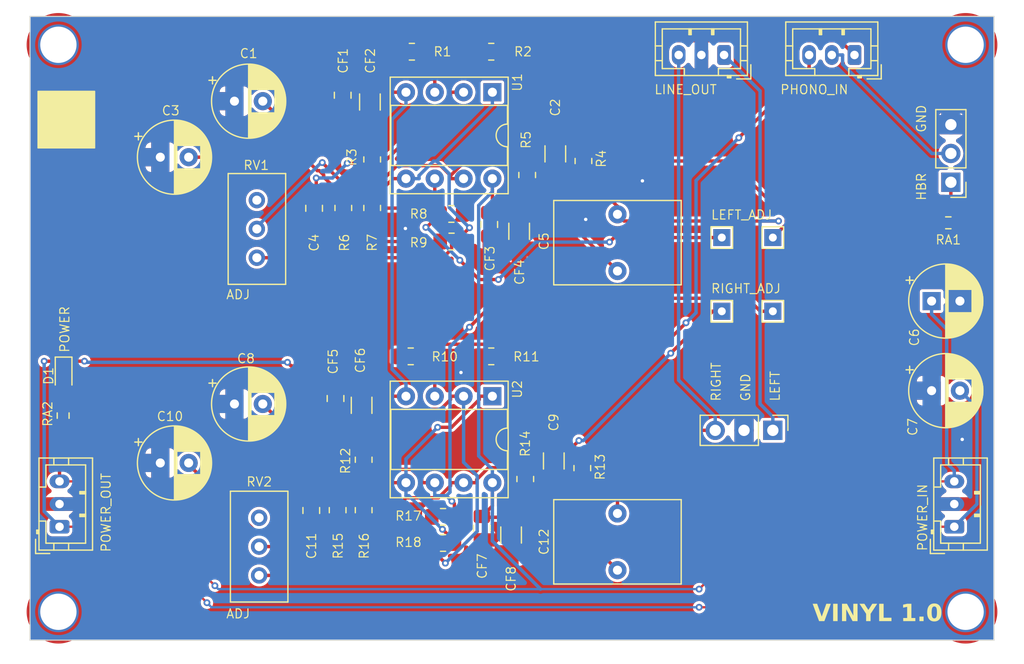
<source format=kicad_pcb>
(kicad_pcb (version 20240108) (generator "pcbnew") (generator_version "8.0")
  (layers (0 "F.Cu" signal) (31 "B.Cu" signal) (34 "B.Paste" user) (35 "F.Paste" user) (36 "B.SilkS" user "B.Silkscreen") (37 "F.SilkS" user "F.Silkscreen") (38 "B.Mask" user) (39 "F.Mask" user) (44 "Edge.Cuts" user))
  (net 0 "")
  (net 1 "V-")
  (net 2 "V+")
  (net 3 "LEFTIN")
  (net 4 "RIGHTIN")
  (net 5 "LEFTOUT")
  (net 6 "RIGHTOUT")
  (net 7 "AGND")
  (net 9 "Net-(C1-Pad2)")
  (net 10 "Net-(C2-Pad2)")
  (net 11 "Net-(U1-InA-)")
  (net 12 "Net-(C3-Pad2)")
  (net 14 "Net-(C4-Pad2)")
  (net 15 "Net-(U2-InA-)")
  (net 16 "Net-(D1-A)")
  (net 17 "Net-(U1-InB-)")
  (net 18 "Net-(U1-InB+)")
  (net 19 "Net-(U1-OutB)")
  (net 20 "Net-(U1-InA+)")
  (net 21 "Net-(C8-Pad2)")
  (net 22 "Net-(U2-InB-)")
  (net 23 "Net-(U2-InB+)")
  (net 24 "Net-(U2-OutB)")
  (net 25 "Net-(U2-InA+)")
  (net 26 "Net-(C12-Pad1)")
  (net 27 "GNDIN")
  (net 28 "Net-(C10-Pad2)")
  (net 29 "Net-(C11-Pad2)")
  (net 30 "Net-(J3-Pin_1)")
  (net 31 "Net-(R8-Pad1)")
  (net 32 "Net-(R17-Pad1)")
  (footprint "Resistor_SMD:R_0805_2012Metric_Pad1.20x1.40mm_HandSolder" (layer "F.Cu") (at 164.97 110.5748)
    (property "Reference" "R10")
    (property "Value" "2K2")
  )
  (footprint "MountingHole:MountingHole_3.2mm_M3_DIN965_Pad_TopOnly" (layer "F.Cu") (at 213.9 133.1)
    (property "Reference" "H4" (hide yes))
    (property "Value" "MountingHole")
  )
  (footprint "Resistor_SMD:R_0805_2012Metric_Pad1.20x1.40mm_HandSolder" (layer "F.Cu") (at 160.82 119.6924 -90)
    (property "Reference" "R12")
    (property "Value" "4.7K")
  )
  (footprint "Package_DIP:DIP-8_W7.62mm_Socket" (layer "F.Cu") (at 172.17 87.2849 -90)
    (property "Reference" "U1")
    (property "Value" "OPA2134")
  )
  (footprint "Resistor_SMD:R_0805_2012Metric_Pad1.20x1.40mm_HandSolder" (layer "F.Cu") (at 175.07 121.3924 90)
    (property "Reference" "R14")
    (property "Value" "750R")
  )
  (footprint "Capacitor_SMD:C_0805_2012Metric_Pad1.18x1.45mm_HandSolder" (layer "F.Cu") (at 171.8924 98.9474 90)
    (property "Reference" "CF3")
    (property "Value" "0.1u")
  )
  (footprint "Connector_JST:JST_PH_B3B-PH-K_1x03_P2.00mm_Vertical" (layer "F.Cu") (at 134 125.6 90)
    (property "Reference" "J5" (hide yes))
    (property "Value" "Conn_01x03_Male")
  )
  (footprint "Resistor_SMD:R_0805_2012Metric_Pad1.20x1.40mm_HandSolder" (layer "F.Cu") (at 175.2386 94.5849 90)
    (property "Reference" "R5")
    (property "Value" "750R")
  )
  (footprint "Capacitor_THT:C_Rect_L7.2mm_W11.0mm_P5.00mm_FKS2_FKP2_MKS2_MKP2" (layer "F.Cu") (at 183.2 103.05 90)
    (property "Reference" "C5")
    (property "Value" "1U WIMA 63VDC")
  )
  (footprint "Resistor_SMD:R_0805_2012Metric_Pad1.20x1.40mm_HandSolder" (layer "F.Cu") (at 172.07 83.7124)
    (property "Reference" "R2")
    (property "Value" "47K")
  )
  (footprint "Resistor_SMD:R_0805_2012Metric_Pad1.20x1.40mm_HandSolder" (layer "F.Cu") (at 172.07 110.5748)
    (property "Reference" "R11")
    (property "Value" "47K")
  )
  (footprint "Resistor_SMD:R_0805_2012Metric_Pad1.20x1.40mm_HandSolder" (layer "F.Cu") (at 168.5536 98.0174 180)
    (property "Reference" "R8")
    (property "Value" "100K")
  )
  (footprint "Resistor_SMD:R_0603_1608Metric" (layer "F.Cu") (at 134.32 115.8 -90)
    (property "Reference" "RA2")
    (property "Value" "10K")
  )
  (footprint "Capacitor_THT:CP_Radial_D6.3mm_P2.50mm" (layer "F.Cu") (at 210.9 113.6)
    (property "Reference" "C7")
    (property "Value" "100U 16V")
  )
  (footprint "Capacitor_SMD:C_1206_3216Metric_Pad1.33x1.80mm_HandSolder" (layer "F.Cu") (at 177.585 119.7999 -90)
    (property "Reference" "C9")
    (property "Value" "0.1U C0G")
  )
  (footprint "Package_DIP:DIP-8_W7.62mm_Socket" (layer "F.Cu") (at 172.17 114.0924 -90)
    (property "Reference" "U2")
    (property "Value" "OPA2134")
  )
  (footprint "MountingHole:MountingHole_3.2mm_M3_DIN965_Pad_TopOnly" (layer "F.Cu") (at 133.9 133.1)
    (property "Reference" "H3" (hide yes))
    (property "Value" "MountingHole")
  )
  (footprint "Resistor_SMD:R_0805_2012Metric_Pad1.20x1.40mm_HandSolder" (layer "F.Cu") (at 180.2 93.35 -90)
    (property "Reference" "R4")
    (property "Value" "100K")
  )
  (footprint "TestPoint:TestPoint_THTPad_1.5x1.5mm_Drill0.7mm" (layer "F.Cu") (at 196.9 100.1 180)
    (property "Reference" "TP2" (hide yes))
    (property "Value" "TestPoint")
  )
  (footprint "Connector_JST:JST_PH_B3B-PH-K_1x03_P2.00mm_Vertical" (layer "F.Cu") (at 204.1 84 180)
    (property "Reference" "J2" (hide yes))
    (property "Value" "Conn_01x03_Male")
  )
  (footprint "TestPoint:TestPoint_THTPad_1.5x1.5mm_Drill0.7mm" (layer "F.Cu") (at 192.4 100.1 180)
    (property "Reference" "TP1" (hide yes))
    (property "Value" "TestPoint")
  )
  (footprint "Capacitor_SMD:C_1206_3216Metric_Pad1.33x1.80mm_HandSolder" (layer "F.Cu") (at 161.37 88.1474 90)
    (property "Reference" "CF2")
    (property "Value" "10u")
  )
  (footprint "Resistor_SMD:R_0805_2012Metric_Pad1.20x1.40mm_HandSolder" (layer "F.Cu") (at 161.57 97.49 -90)
    (property "Reference" "R7")
    (property "Value" "10K")
  )
  (footprint "MountingHole:MountingHole_3.2mm_M3_DIN965_Pad_TopOnly" (layer "F.Cu") (at 213.9 83.1)
    (property "Reference" "H2" (hide yes))
    (property "Value" "MountingHole")
  )
  (footprint "Capacitor_SMD:C_0805_2012Metric_Pad1.18x1.45mm_HandSolder" (layer "F.Cu") (at 158.3385 114.2924 90)
    (property "Reference" "CF5")
    (property "Value" "0.1u")
  )
  (footprint "Resistor_SMD:R_0805_2012Metric_Pad1.20x1.40mm_HandSolder" (layer "F.Cu") (at 165.07 83.7124 180)
    (property "Reference" "R1")
    (property "Value" "2K2")
  )
  (footprint "Resistor_SMD:R_0805_2012Metric_Pad1.20x1.40mm_HandSolder" (layer "F.Cu") (at 158.525 124.1374 90)
    (property "Reference" "R15")
    (property "Value" "2K7")
  )
  (footprint "LED_SMD:LED_0603_1608Metric_Pad1.05x0.95mm_HandSolder" (layer "F.Cu") (at 134.36 112.3 -90)
    (property "Reference" "D1")
    (property "Value" "YELLOW")
  )
  (footprint "Connector_JST:JST_PH_B3B-PH-K_1x03_P2.00mm_Vertical" (layer "F.Cu") (at 192.6 84 180)
    (property "Reference" "J1" (hide yes))
    (property "Value" "Conn_01x03_Male")
  )
  (footprint "Capacitor_SMD:C_1206_3216Metric_Pad1.33x1.80mm_HandSolder" (layer "F.Cu") (at 174.5312 99.5474 90)
    (property "Reference" "CF4")
    (property "Value" "10u")
  )
  (footprint "Capacitor_SMD:C_0805_2012Metric_Pad1.18x1.45mm_HandSolder" (layer "F.Cu") (at 171.2424 125.7299 90)
    (property "Reference" "CF7")
    (property "Value" "0.1u")
  )
  (footprint "Capacitor_THT:C_Rect_L7.2mm_W11.0mm_P5.00mm_FKS2_FKP2_MKS2_MKP2" (layer "F.Cu") (at 183.2 129.4299 90)
    (property "Reference" "C12")
    (property "Value" "1U WIMA 63VDC")
  )
  (footprint "Resistor_SMD:R_0805_2012Metric_Pad1.20x1.40mm_HandSolder" (layer "F.Cu") (at 160.82 124.1374 -90)
    (property "Reference" "R16")
    (property "Value" "10K")
  )
  (footprint "Capacitor_SMD:C_0805_2012Metric_Pad1.18x1.45mm_HandSolder" (layer "F.Cu") (at 156.2 124.1674 -90)
    (property "Reference" "C11")
    (property "Value" "22N C0G")
  )
  (footprint "Capacitor_SMD:C_1206_3216Metric_Pad1.33x1.80mm_HandSolder" (layer "F.Cu") (at 177.7193 92.72 -90)
    (property "Reference" "C2")
    (property "Value" "0.1U C0G")
  )
  (footprint "Connector_PinHeader_2.54mm:PinHeader_1x03_P2.54mm_Vertical" (layer "F.Cu") (at 196.9 117.1 -90)
    (property "Reference" "J4" (hide yes))
    (property "Value" "Conn_01x03_Male")
  )
  (footprint "TestPoint:TestPoint_THTPad_1.5x1.5mm_Drill0.7mm" (layer "F.Cu") (at 196.9 106.6)
    (property "Reference" "TP4" (hide yes))
    (property "Value" "TestPoint")
  )
  (footprint "MountingHole:MountingHole_3.2mm_M3_DIN965_Pad_TopOnly" (layer "F.Cu") (at 133.9 83.1)
    (property "Reference" "H1" (hide yes))
    (property "Value" "MountingHole")
  )
  (footprint "Potentiometer_THT:Potentiometer_Bourns_3296W_Vertical" (layer "F.Cu") (at 151.6 124.8124 90)
    (property "Reference" "RV2")
    (property "Value" "25K")
  )
  (footprint "Capacitor_SMD:C_1206_3216Metric_Pad1.33x1.80mm_HandSolder" (layer "F.Cu") (at 173.82 126.3299 90)
    (property "Reference" "CF8")
    (property "Value" "10u")
  )
  (footprint "Resistor_SMD:R_0805_2012Metric_Pad1.20x1.40mm_HandSolder" (layer "F.Cu") (at 167.82 124.7299)
    (property "Reference" "R17")
    (property "Value" "100K")
  )
  (footprint "Capacitor_THT:CP_Radial_D6.3mm_P2.50mm" (layer "F.Cu") (at 142.8876 93.0124)
    (property "Reference" "C3")
    (property "Value" "22U")
  )
  (footprint "Capacitor_THT:CP_Radial_D6.3mm_P2.50mm" (layer "F.Cu") (at 149.4254 88.0735)
    (property "Reference" "C1")
    (property "Value" "22U")
  )
  (footprint "Resistor_SMD:R_0805_2012Metric_Pad1.20x1.40mm_HandSolder" (layer "F.Cu") (at 180.1 120.4299 -90)
    (property "Reference" "R13")
    (property "Value" "100K")
  )
  (footprint "Capacitor_SMD:C_0805_2012Metric_Pad1.18x1.45mm_HandSolder" (layer "F.Cu") (at 158.97 87.55 90)
    (property "Reference" "CF1")
    (property "Value" "0.1u")
  )
  (footprint "Capacitor_SMD:C_0805_2012Metric_Pad1.18x1.45mm_HandSolder" (layer "F.Cu") (at 156.45 97.52 -90)
    (property "Reference" "C4")
    (property "Value" "22N C0G")
  )
  (footprint "TestPoint:TestPoint_THTPad_1.5x1.5mm_Drill0.7mm" (layer "F.Cu") (at 192.4 106.6)
    (property "Reference" "TP3" (hide yes))
    (property "Value" "TestPoint")
  )
  (footprint "Connector_PinHeader_2.54mm:PinHeader_1x03_P2.54mm_Vertical" (layer "F.Cu") (at 212.6 95.225 180)
    (property "Reference" "J3" (hide yes))
    (property "Value" "Conn_01x03_Pin")
  )
  (footprint "Resistor_SMD:R_0603_1608Metric" (layer "F.Cu") (at 212.375 98.8)
    (property "Reference" "RA1")
    (property "Value" "20R")
  )
  (footprint "Resistor_SMD:R_0805_2012Metric_Pad1.20x1.40mm_HandSolder" (layer "F.Cu") (at 159.025 97.49 -90)
    (property "Reference" "R6")
    (property "Value" "2K7")
  )
  (footprint "Resistor_SMD:R_0805_2012Metric_Pad1.20x1.40mm_HandSolder" (layer "F.Cu") (at 167.82 127.0299)
    (property "Reference" "R18")
    (property "Value" "180K")
  )
  (footprint "Capacitor_THT:CP_Radial_D6.3mm_P2.50mm" (layer "F.Cu") (at 149.4254 114.7748)
    (property "Reference" "C8")
    (property "Value" "22U")
  )
  (footprint "Capacitor_THT:CP_Radial_D6.3mm_P2.50mm" (layer "F.Cu") (at 142.8876 119.9748)
    (property "Reference" "C10")
    (property "Value" "22U")
  )
  (footprint "Potentiometer_THT:Potentiometer_Bourns_3296W_Vertical" (layer "F.Cu") (at 151.4 96.8 90)
    (property "Reference" "RV1")
    (property "Value" "25K")
  )
  (footprint "Capacitor_THT:CP_Radial_D6.3mm_P2.50mm" (layer "F.Cu") (at 210.9 105.7)
    (property "Reference" "C6")
    (property "Value" "100U 16V")
  )
  (footprint "Capacitor_SMD:C_1206_3216Metric_Pad1.33x1.80mm_HandSolder" (layer "F.Cu") (at 160.6385 114.8924 90)
    (property "Reference" "CF6")
    (property "Value" "10u")
  )
  (footprint "Resistor_SMD:R_0805_2012Metric_Pad1.20x1.40mm_HandSolder" (layer "F.Cu") (at 168.57 100.45)
    (property "Reference" "R9")
    (property "Value" "180K")
  )
  (footprint "Connector_JST:JST_PH_B3B-PH-K_1x03_P2.00mm_Vertical" (layer "F.Cu") (at 212.9 125.6 90)
    (property "Reference" "J6" (hide yes))
    (property "Value" "Conn_01x03_Male")
  )
  (footprint "Resistor_SMD:R_0805_2012Metric_Pad1.20x1.40mm_HandSolder" (layer "F.Cu") (at 161.57 93.2124 -90)
    (property "Reference" "R3")
    (property "Value" "4.7K")
  )
  (gr_rect (start 132.1 87.2) (end 137.1 92.2) (stroke (width 0.1)) (fill solid) (layer "F.SilkS"))
  (gr_line (start 216.4 80.6) (end 216.4 135.6) (stroke (width 0.1)) (layer "Edge.Cuts"))
  (gr_line (start 131.4 80.6) (end 216.4 80.6) (stroke (width 0.1)) (layer "Edge.Cuts"))
  (gr_line (start 216.4 135.6) (end 131.4 135.6) (stroke (width 0.1)) (layer "Edge.Cuts"))
  (gr_line (start 131.4 80.6) (end 131.4 135.6) (stroke (width 0.1)) (layer "Edge.Cuts"))
  (gr_text "PHONO_IN" (at 197.5 87.05 0) (layer "F.SilkS") (effects (font (size 0.8 0.8) (thickness 0.1)) (justify left)))
  (gr_text "RIGHT_ADJ" (at 191.4 104.6 0) (layer "F.SilkS") (effects (font (size 0.8 0.8) (thickness 0.1)) (justify left)))
  (gr_text "VINYL 1.0" (at 200.4 133.3 0) (layer "F.SilkS") (effects (font (size 1.5 1.5) (thickness 0.3) (bold yes)) (justify left)))
  (gr_text "GND\n" (at 194.5 114.6 90) (layer "F.SilkS") (effects (font (size 0.8 0.8) (thickness 0.1)) (justify left)))
  (gr_text "LINE_OUT" (at 186.4 87.05 0) (layer "F.SilkS") (effects (font (size 0.8 0.8) (thickness 0.1)) (justify left)))
  (gr_text "LEFT_ADJ" (at 191.4 98.1 0) (layer "F.SilkS") (effects (font (size 0.8 0.8) (thickness 0.1)) (justify left)))
  (gr_text "POWER_IN" (at 210.1 127.8 90) (layer "F.SilkS") (effects (font (size 0.8 0.8) (thickness 0.1)) (justify left)))
  (gr_text "POWER" (at 134.459993 110.299994 90) (layer "F.SilkS") (effects (font (size 0.8 0.8) (thickness 0.1)) (justify left)))
  (gr_text "GND" (at 210 90.9 90) (layer "F.SilkS") (effects (font (size 0.8 0.8) (thickness 0.1)) (justify left)))
  (gr_text "HBR\n" (at 210 96.9 90) (layer "F.SilkS") (effects (font (size 0.8 0.8) (thickness 0.1)) (justify left)))
  (gr_text "ADJ" (at 150.87 105.13 0) (layer "F.SilkS") (effects (font (size 0.8 0.8) (thickness 0.1)) (justify right)))
  (gr_text "ADJ" (at 150.87 133.2748 0) (layer "F.SilkS") (effects (font (size 0.8 0.8) (thickness 0.1)) (justify right)))
  (gr_text "POWER_OUT" (at 138.1 127.9 90) (layer "F.SilkS") (effects (font (size 0.8 0.8) (thickness 0.1)) (justify left)))
  (gr_text "RIGHT" (at 191.9 114.6 90) (layer "F.SilkS") (effects (font (size 0.8 0.8) (thickness 0.1)) (justify left)))
  (gr_text "LEFT" (at 197.1 114.6 90) (layer "F.SilkS") (effects (font (size 0.8 0.8) (thickness 0.1)) (justify left)))
  (segment (start 147 132.3) (end 140.3 125.6) (width 0.2) (layer "F.Cu") (net 1))
  (segment (start 140.3 125.6) (end 134 125.6) (width 0.2) (layer "F.Cu") (net 1))
  (segment (start 132.6471 111.0049) (end 133.9399 111.0049) (width 0.3) (layer "F.Cu") (net 1))
  (segment (start 159.0424 86.5849) (end 161.37 86.5849) (width 0.3) (layer "F.Cu") (net 1))
  (segment (start 136.2 111) (end 134.785 111) (width 0.3) (layer "F.Cu") (net 1))
  (segment (start 200.5 125.6) (end 193.4 132.7) (width 0.2) (layer "F.Cu") (net 1))
  (segment (start 156.5086 111.425) (end 158.3385 113.2549) (width 0.3) (layer "F.Cu") (net 1))
  (segment (start 156.5086 111.425) (end 154.425 111.425) (width 0.3) (layer "F.Cu") (net 1))
  (segment (start 162.6983 86.5849) (end 163.3983 87.2849) (width 0.3) (layer "F.Cu") (net 1))
  (segment (start 162.6358 113.3299) (end 163.3983 114.0924) (width 0.3) (layer "F.Cu") (net 1))
  (segment (start 133.9399 111.0049) (end 134.36 111.425) (width 0.3) (layer "F.Cu") (net 1))
  (segment (start 154.425 111.425) (end 154.1 111.1) (width 0.3) (layer "F.Cu") (net 1))
  (segment (start 164.55 87.2849) (end 163.3983 87.2849) (width 0.3) (layer "F.Cu") (net 1))
  (segment (start 212.9 125.6) (end 200.5 125.6) (width 0.2) (layer "F.Cu") (net 1))
  (segment (start 164.55 114.0924) (end 163.3983 114.0924) (width 0.3) (layer "F.Cu") (net 1))
  (segment (start 161.37 86.5849) (end 162.6983 86.5849) (width 0.3) (layer "F.Cu") (net 1))
  (segment (start 193.4 132.7) (end 190.4 132.7) (width 0.2) (layer "F.Cu") (net 1))
  (segment (start 160.6385 113.3299) (end 158.4135 113.3299) (width 0.3) (layer "F.Cu") (net 1))
  (segment (start 160.6385 113.3299) (end 162.6358 113.3299) (width 0.3) (layer "F.Cu") (net 1))
  (segment (start 134.785 111) (end 134.36 111.425) (width 0.3) (layer "F.Cu") (net 1))
  (via (at 147 132.3) (size 0.6) (drill 0.3) (layers "F.Cu" "B.Cu") (net 1))
  (via (at 154.1 111.1) (size 0.6) (drill 0.3) (layers "F.Cu" "B.Cu") (net 1))
  (via (at 190.4 132.7) (size 0.6) (drill 0.3) (layers "F.Cu" "B.Cu") (net 1))
  (via (at 136.2 111) (size 0.6) (drill 0.3) (layers "F.Cu" "B.Cu") (net 1))
  (via (at 132.6471 111.0049) (size 0.6) (drill 0.3) (layers "F.Cu" "B.Cu") (net 1))
  (segment (start 136.3 111.1) (end 136.2 111) (width 0.3) (layer "B.Cu") (net 1))
  (segment (start 214.9 123.6) (end 214.9 115.1) (width 0.3) (layer "B.Cu") (net 1))
  (segment (start 147.4 132.7) (end 147 132.3) (width 0.2) (layer "B.Cu") (net 1))
  (segment (start 164.55 87.2849) (end 164.55 88.4366) (width 0.3) (layer "B.Cu") (net 1))
  (segment (start 190.4 132.7) (end 147.4 132.7) (width 0.2) (layer "B.Cu") (net 1))
  (segment (start 164.55 112.9407) (end 163.3242 111.7149) (width 0.3) (layer "B.Cu") (net 1))
  (segment (start 134 125.6) (end 132.6471 124.2471) (width 0.3) (layer "B.Cu") (net 1))
  (segment (start 212.9 125.6) (end 214.9 123.6) (width 0.3) (layer "B.Cu") (net 1))
  (segment (start 163.3242 89.6624) (end 164.55 88.4366) (width 0.3) (layer "B.Cu") (net 1))
  (segment (start 154.1 111.1) (end 136.3 111.1) (width 0.3) (layer "B.Cu") (net 1))
  (segment (start 214.9 115.1) (end 213.4 113.6) (width 0.3) (layer "B.Cu") (net 1))
  (segment (start 132.6471 124.2471) (end 132.6471 111.0049) (width 0.3) (layer "B.Cu") (net 1))
  (segment (start 164.55 114.0924) (end 164.55 112.9407) (width 0.3) (layer "B.Cu") (net 1))
  (segment (start 163.3242 111.7149) (end 163.3242 89.6624) (width 0.3) (layer "B.Cu") (net 1))
  (segment (start 134.4 120.2483) (end 134 120.6483) (width 0.3) (layer "F.Cu") (net 2))
  (segment (start 172.17 97.6323) (end 172.17 94.9049) (width 0.3) (layer "F.Cu") (net 2))
  (segment (start 171.2424 124.6924) (end 172.17 123.7648) (width 0.3) (layer "F.Cu") (net 2))
  (segment (start 138.1 121.6) (end 134 121.6) (width 0.2) (layer "F.Cu") (net 2))
  (segment (start 173.82 124.7674) (end 171.3174 124.7674) (width 0.3) (layer "F.Cu") (net 2))
  (segment (start 138.5 122) (end 138.1 121.6) (width 0.2) (layer "F.Cu") (net 2))
  (segment (start 212.9 121.6) (end 199.9 121.6) (width 0.2) (layer "F.Cu") (net 2))
  (segment (start 147.7 130.8) (end 138.9 122) (width 0.2) (layer "F.Cu") (net 2))
  (segment (start 172.17 123.7648) (end 172.17 121.7124) (width 0.3) (layer "F.Cu") (net 2))
  (segment (start 134.4 116.625) (end 134.4 120.2483) (width 0.3) (layer "F.Cu") (net 2))
  (segment (start 174.5312 97.9849) (end 171.9674 97.9849) (width 0.3) (layer "F.Cu") (net 2))
  (segment (start 138.9 122) (end 138.5 122) (width 0.2) (layer "F.Cu") (net 2))
  (segment (start 199.9 121.6) (end 190.4 131.1) (width 0.2) (layer "F.Cu") (net 2))
  (segment (start 134 121.6) (end 134 120.6483) (width 0.3) (layer "F.Cu") (net 2))
  (via (at 190.4 131.1) (size 0.6) (drill 0.3) (layers "F.Cu" "B.Cu") (net 2))
  (via (at 147.7 130.8) (size 0.6) (drill 0.3) (layers "F.Cu" "B.Cu") (net 2))
  (segment (start 190.4 131.1) (end 176.415 131.1) (width 0.2) (layer "B.Cu") (net 2))
  (segment (start 172.17 120.5607) (end 170.9599 119.3506) (width 0.3) (layer "B.Cu") (net 2))
  (segment (start 172.17 94.9049) (end 172.17 96.0566) (width 0.3) (layer "B.Cu") (net 2))
  (segment (start 210.9 105.7) (end 210.9 106.8517) (width 0.3) (layer "B.Cu") (net 2))
  (segment (start 212.2307 108.1824) (end 212.2307 119.979) (width 0.3) (layer "B.Cu") (net 2))
  (segment (start 212.9 121.6) (end 212.9 120.6483) (width 0.3) (layer "B.Cu") (net 2))
  (segment (start 170.9599 119.3506) (end 170.9599 97.2667) (width 0.3) (layer "B.Cu") (net 2))
  (segment (start 172.17 126.855) (end 172.17 121.7124) (width 0.3) (layer "B.Cu") (net 2))
  (segment (start 172.17 121.7124) (end 172.17 120.5607) (width 0.3) (layer "B.Cu") (net 2))
  (segment (start 176.415 131.1) (end 172.17 126.855) (width 0.3) (layer "B.Cu") (net 2))
  (segment (start 212.2307 119.979) (end 212.9 120.6483) (width 0.3) (layer "B.Cu") (net 2))
  (segment (start 176.415 131.1) (end 148 131.1) (width 0.2) (layer "B.Cu") (net 2))
  (segment (start 210.9 106.8517) (end 212.2307 108.1824) (width 0.3) (layer "B.Cu") (net 2))
  (segment (start 170.9599 97.2667) (end 172.17 96.0566) (width 0.3) (layer "B.Cu") (net 2))
  (segment (start 148 131.1) (end 147.7 130.8) (width 0.2) (layer "B.Cu") (net 2))
  (segment (start 172.0015 82.6439) (end 173.07 83.7124) (width 0.3) (layer "F.Cu") (net 3))
  (segment (start 204.1 84) (end 202.8387 82.7387) (width 0.3) (layer "F.Cu") (net 3))
  (segment (start 166.07 83.7124) (end 167.1385 82.6439) (width 0.3) (layer "F.Cu") (net 3))
  (segment (start 174.0437 82.7387) (end 173.07 83.7124) (width 0.3) (layer "F.Cu") (net 3))
  (segment (start 202.8387 82.7387) (end 174.0437 82.7387) (width 0.3) (layer "F.Cu") (net 3))
  (segment (start 167.1385 82.6439) (end 172.0015 82.6439) (width 0.3) (layer "F.Cu") (net 3))
  (segment (start 200.1 85.1) (end 200.1 84) (width 0.3) (layer "F.Cu") (net 4))
  (segment (start 163.97 110.5748) (end 165.038 109.5068) (width 0.3) (layer "F.Cu") (net 4))
  (segment (start 165.038 109.5068) (end 172.002 109.5068) (width 0.3) (layer "F.Cu") (net 4))
  (segment (start 186.2832 110.5748) (end 173.07 110.5748) (width 0.3) (layer "F.Cu") (net 4))
  (segment (start 189.2413 107.6167) (end 186.2832 110.5748) (width 0.3) (layer "F.Cu") (net 4))
  (segment (start 193.9 91.3) (end 200.1 85.1) (width 0.3) (layer "F.Cu") (net 4))
  (segment (start 172.002 109.5068) (end 173.07 110.5748) (width 0.3) (layer "F.Cu") (net 4))
  (via (at 189.2413 107.6167) (size 0.6) (drill 0.3) (layers "F.Cu" "B.Cu") (net 4))
  (via (at 193.9 91.3) (size 0.6) (drill 0.3) (layers "F.Cu" "B.Cu") (net 4))
  (segment (start 190.129 106.729) (end 190.129 95.071) (width 0.3) (layer "B.Cu") (net 4))
  (segment (start 190.129 95.071) (end 193.9 91.3) (width 0.3) (layer "B.Cu") (net 4))
  (segment (start 190.129 106.729) (end 189.2413 107.6167) (width 0.3) (layer "B.Cu") (net 4))
  (segment (start 183.2 97.35) (end 183.2 98.05) (width 0.3) (layer "F.Cu") (net 5))
  (segment (start 197.405 98.6405) (end 183.7905 98.6405) (width 0.3) (layer "F.Cu") (net 5))
  (segment (start 183.7905 98.6405) (end 183.2 98.05) (width 0.3) (layer "F.Cu") (net 5))
  (segment (start 180.2 94.35) (end 183.2 97.35) (width 0.3) (layer "F.Cu") (net 5))
  (via (at 197.405 98.6405) (size 0.6) (drill 0.3) (layers "F.Cu" "B.Cu") (net 5))
  (segment (start 195.7734 114.7717) (end 195.7734 98.6405) (width 0.3) (layer "B.Cu") (net 5))
  (segment (start 195.7734 98.6405) (end 197.405 98.6405) (width 0.3) (layer "B.Cu") (net 5))
  (segment (start 196.9 115.8983) (end 195.7734 114.7717) (width 0.3) (layer "B.Cu") (net 5))
  (segment (start 195.7734 87.1734) (end 195.7734 98.6405) (width 0.3) (layer "B.Cu") (net 5))
  (segment (start 196.9 117.1) (end 196.9 115.8983) (width 0.3) (layer "B.Cu") (net 5))
  (segment (start 192.6 84) (end 195.7734 87.1734) (width 0.3) (layer "B.Cu") (net 5))
  (segment (start 186.2884 121.4299) (end 183.2 121.4299) (width 0.3) (layer "F.Cu") (net 6))
  (segment (start 190.6183 117.1) (end 186.2884 121.4299) (width 0.3) (layer "F.Cu") (net 6))
  (segment (start 183.2 124.4299) (end 183.2 121.4299) (width 0.3) (layer "F.Cu") (net 6))
  (segment (start 191.82 117.1) (end 190.6183 117.1) (width 0.3) (layer "F.Cu") (net 6))
  (segment (start 183.2 121.4299) (end 180.1 121.4299) (width 0.3) (layer "F.Cu") (net 6))
  (segment (start 191.82 117.1) (end 191.82 115.8983) (width 0.3) (layer "B.Cu") (net 6))
  (segment (start 188.6 85.2267) (end 188.5896 85.2371) (width 0.3) (layer "B.Cu") (net 6))
  (segment (start 188.6 84) (end 188.6 85.2267) (width 0.3) (layer "B.Cu") (net 6))
  (segment (start 188.5896 85.2371) (end 188.5896 112.6679) (width 0.3) (layer "B.Cu") (net 6))
  (segment (start 188.5896 112.6679) (end 191.82 115.8983) (width 0.3) (layer "B.Cu") (net 6))
  (via (at 164.5 99.3) (size 0.6) (drill 0.3) (layers "F.Cu" "B.Cu") (net 7))
  (via (at 180.4 98.5) (size 0.6) (drill 0.3) (layers "F.Cu" "B.Cu") (net 7))
  (via (at 213.6 117.9) (size 0.6) (drill 0.3) (layers "F.Cu" "B.Cu") (net 7))
  (via (at 185.4 95.1) (size 0.6) (drill 0.3) (layers "F.Cu" "B.Cu") (net 7))
  (via (at 169.4 112) (size 0.6) (drill 0.3) (layers "F.Cu" "B.Cu") (net 7))
  (segment (start 160.4576 91.1) (end 154.9519 91.1) (width 0.3) (layer "F.Cu") (net 9))
  (segment (start 154.9519 91.1) (end 151.9254 88.0735) (width 0.3) (layer "F.Cu") (net 9))
  (segment (start 161.57 92.2124) (end 160.4576 91.1) (width 0.3) (layer "F.Cu") (net 9))
  (segment (start 176.4169 95.5849) (end 175.2386 95.5849) (width 0.3) (layer "F.Cu") (net 10))
  (segment (start 176.4169 96.2669) (end 176.4169 95.5849) (width 0.3) (layer "F.Cu") (net 10))
  (segment (start 177.7193 94.2825) (end 176.4169 95.5849) (width 0.3) (layer "F.Cu") (net 10))
  (segment (start 183.2 103.05) (end 176.4169 96.2669) (width 0.3) (layer "F.Cu") (net 10))
  (segment (start 169.63 87.2849) (end 168.4783 87.2849) (width 0.3) (layer "F.Cu") (net 11))
  (segment (start 155.3686 97.5639) (end 156.45 96.4825) (width 0.3) (layer "F.Cu") (net 11))
  (segment (start 168.4783 87.2849) (end 168.4783 87.5872) (width 0.3) (layer "F.Cu") (net 11))
  (segment (start 156.6375 96.295) (end 156.6375 94.848) (width 0.3) (layer "F.Cu") (net 11))
  (segment (start 159.3696 93.551) (end 160.9086 93.551) (width 0.3) (layer "F.Cu") (net 11))
  (segment (start 167.57 100.45) (end 156.6139 100.45) (width 0.3) (layer "F.Cu") (net 11))
  (segment (start 168.4783 87.5872) (end 161.8531 94.2124) (width 0.3) (layer "F.Cu") (net 11))
  (segment (start 155.3686 99.2047) (end 155.3686 97.5639) (width 0.3) (layer "F.Cu") (net 11))
  (segment (start 156.6139 100.45) (end 155.3686 99.2047) (width 0.3) (layer "F.Cu") (net 11))
  (segment (start 160.9086 93.551) (end 161.57 94.2124) (width 0.3) (layer "F.Cu") (net 11))
  (via (at 156.6375 94.848) (size 0.6) (drill 0.3) (layers "F.Cu" "B.Cu") (net 11))
  (via (at 159.3696 93.551) (size 0.6) (drill 0.3) (layers "F.Cu" "B.Cu") (net 11))
  (segment (start 158.0726 94.848) (end 159.3696 93.551) (width 0.3) (layer "B.Cu") (net 11))
  (segment (start 156.6375 94.848) (end 158.0726 94.848) (width 0.3) (layer "B.Cu") (net 11))
  (segment (start 156.9074 94.1963) (end 156.7313 94.1963) (width 0.3) (layer "F.Cu") (net 12))
  (segment (start 159.025 96.49) (end 157.2892 94.7542) (width 0.3) (layer "F.Cu") (net 12))
  (segment (start 157.2892 94.5781) (end 156.9074 94.1963) (width 0.3) (layer "F.Cu") (net 12))
  (segment (start 156.7313 94.1963) (end 155.5474 93.0124) (width 0.3) (layer "F.Cu") (net 12))
  (segment (start 155.5474 93.0124) (end 145.3876 93.0124) (width 0.3) (layer "F.Cu") (net 12))
  (segment (start 157.2892 94.7542) (end 157.2892 94.5781) (width 0.3) (layer "F.Cu") (net 12))
  (segment (start 157.3454 99.4529) (end 156.45 98.5575) (width 0.3) (layer "F.Cu") (net 14))
  (segment (start 161.57 98.49) (end 160.6071 99.4529) (width 0.3) (layer "F.Cu") (net 14))
  (segment (start 160.6071 99.4529) (end 157.3454 99.4529) (width 0.3) (layer "F.Cu") (net 14))
  (segment (start 166.2683 115.2441) (end 160.82 120.6924) (width 0.3) (layer "F.Cu") (net 15))
  (segment (start 168.4783 114.3804) (end 167.6146 115.2441) (width 0.3) (layer "F.Cu") (net 15))
  (segment (start 167.6146 115.2441) (end 166.2683 115.2441) (width 0.3) (layer "F.Cu") (net 15))
  (segment (start 158.6375 120.6924) (end 160.82 120.6924) (width 0.3) (layer "F.Cu") (net 15))
  (segment (start 156.2 123.1299) (end 158.6375 120.6924) (width 0.3) (layer "F.Cu") (net 15))
  (segment (start 166.82 127.6051) (end 166.82 127.0299) (width 0.3) (layer "F.Cu") (net 15))
  (segment (start 168.4783 114.0924) (end 168.4783 114.3804) (width 0.3) (layer "F.Cu") (net 15))
  (segment (start 168.025 128.8101) (end 166.82 127.6051) (width 0.3) (layer "F.Cu") (net 15))
  (segment (start 169.63 114.0924) (end 168.4783 114.0924) (width 0.3) (layer "F.Cu") (net 15))
  (via (at 168.025 128.8101) (size 0.6) (drill 0.3) (layers "F.Cu" "B.Cu") (net 15))
  (segment (start 169.63 119.9124) (end 170.83 121.1124) (width 0.3) (layer "B.Cu") (net 15))
  (segment (start 170.83 121.1124) (end 170.83 126.0051) (width 0.3) (layer "B.Cu") (net 15))
  (segment (start 169.63 114.0924) (end 169.63 119.9124) (width 0.3) (layer "B.Cu") (net 15))
  (segment (start 170.83 126.0051) (end 168.025 128.8101) (width 0.3) (layer "B.Cu") (net 15))
  (segment (start 134.4 113.215) (end 134.4 114.975) (width 0.3) (layer "F.Cu") (net 16))
  (segment (start 182.9 100.1) (end 182.5 100.5) (width 0.3) (layer "F.Cu") (net 17))
  (segment (start 172.7 103.8) (end 171 103.8) (width 0.3) (layer "F.Cu") (net 17))
  (segment (start 167.09 97.5039) (end 167.09 97.5538) (width 0.3) (layer "F.Cu") (net 17))
  (segment (start 166.3 99.2) (end 166.371 99.2) (width 0.3) (layer "F.Cu") (net 17))
  (segment (start 171 103.8) (end 169.3 102.1) (width 0.3) (layer "F.Cu") (net 17))
  (segment (start 160.0111 97.5039) (end 167.09 97.5039) (width 0.3) (layer "F.Cu") (net 17))
  (segment (start 159.025 98.49) (end 160.0111 97.5039) (width 0.3) (layer "F.Cu") (net 17))
  (segment (start 167.09 94.9049) (end 167.09 97.5039) (width 0.3) (layer "F.Cu") (net 17))
  (segment (start 192.4 100.1) (end 182.9 100.1) (width 0.3) (layer "F.Cu") (net 17))
  (segment (start 166.371 99.2) (end 167.5536 98.0174) (width 0.3) (layer "F.Cu") (net 17))
  (segment (start 167.09 97.5538) (end 167.5536 98.0174) (width 0.3) (layer "F.Cu") (net 17))
  (via (at 172.7 103.8) (size 0.6) (drill 0.3) (layers "F.Cu" "B.Cu") (net 17))
  (via (at 182.5 100.5) (size 0.6) (drill 0.3) (layers "F.Cu" "B.Cu") (net 17))
  (via (at 169.3 102.1) (size 0.6) (drill 0.3) (layers "F.Cu" "B.Cu") (net 17))
  (via (at 166.3 99.2) (size 0.6) (drill 0.3) (layers "F.Cu" "B.Cu") (net 17))
  (segment (start 166.4 99.2) (end 166.3 99.2) (width 0.3) (layer "B.Cu") (net 17))
  (segment (start 169.3 102.1) (end 166.4 99.2) (width 0.3) (layer "B.Cu") (net 17))
  (segment (start 176 100.5) (end 172.7 103.8) (width 0.3) (layer "B.Cu") (net 17))
  (segment (start 182.5 100.5) (end 176 100.5) (width 0.3) (layer "B.Cu") (net 17))
  (segment (start 170.152 99.2337) (end 169.57 99.8157) (width 0.3) (layer "F.Cu") (net 18))
  (segment (start 164.55 94.9049) (end 163.3983 94.9049) (width 0.3) (layer "F.Cu") (net 18))
  (segment (start 169.57 99.8157) (end 169.57 100.45) (width 0.3) (layer "F.Cu") (net 18))
  (segment (start 161.8132 96.49) (end 163.3983 94.9049) (width 0.3) (layer "F.Cu") (net 18))
  (via (at 170.152 99.2337) (size 0.6) (drill 0.3) (layers "F.Cu" "B.Cu") (net 18))
  (segment (start 165.7017 94.6364) (end 166.9831 93.355) (width 0.3) (layer "B.Cu") (net 18))
  (segment (start 165.7017 94.9049) (end 165.7017 94.6364) (width 0.3) (layer "B.Cu") (net 18))
  (segment (start 164.55 94.9049) (end 165.7017 94.9049) (width 0.3) (layer "B.Cu") (net 18))
  (segment (start 172.17 87.2849) (end 172.17 88.4366) (width 0.3) (layer "B.Cu") (net 18))
  (segment (start 172.17 88.4366) (end 167.2516 93.355) (width 0.3) (layer "B.Cu") (net 18))
  (segment (start 167.2515 93.355) (end 167.2516 93.355) (width 0.3) (layer "B.Cu") (net 18))
  (segment (start 166.9831 93.355) (end 167.2515 93.355) (width 0.3) (layer "B.Cu") (net 18))
  (segment (start 168.36 94.4635) (end 168.36 97.4417) (width 0.3) (layer "B.Cu") (net 18))
  (segment (start 167.2516 93.355) (end 168.36 94.4635) (width 0.3) (layer "B.Cu") (net 18))
  (segment (start 168.36 97.4417) (end 170.152 99.2337) (width 0.3) (layer "B.Cu") (net 18))
  (segment (start 198.0762 98.3341) (end 193.0921 93.35) (width 0.3) (layer "F.Cu") (net 19))
  (segment (start 163.7609 93.7532) (end 162.3188 95.1953) (width 0.3) (layer "F.Cu") (net 19))
  (segment (start 168.4783 94.6364) (end 167.5951 93.7532) (width 0.3) (layer "F.Cu") (net 19))
  (segment (start 179.23 93.35) (end 179.0725 93.1925) (width 0.3) (layer "F.Cu") (net 19))
  (segment (start 169.5298 93.5849) (end 168.4783 94.6364) (width 0.3) (layer "F.Cu") (net 19))
  (segment (start 196.9 100.1) (end 198.0762 98.9238) (width 0.3) (layer "F.Cu") (net 19))
  (segment (start 175.2386 93.5849) (end 169.5298 93.5849) (width 0.3) (layer "F.Cu") (net 19))
  (segment (start 168.4783 94.6364) (end 168.4783 94.9049) (width 0.3) (layer "F.Cu") (net 19))
  (segment (start 169.63 94.9049) (end 168.4783 94.9049) (width 0.3) (layer "F.Cu") (net 19))
  (segment (start 167.5951 93.7532) (end 163.7609 93.7532) (width 0.3) (layer "F.Cu") (net 19))
  (segment (start 193.0921 93.35) (end 179.23 93.35) (width 0.3) (layer "F.Cu") (net 19))
  (segment (start 198.0762 98.9238) (end 198.0762 98.3341) (width 0.3) (layer "F.Cu") (net 19))
  (segment (start 179.0725 93.1925) (end 175.631 93.1925) (width 0.3) (layer "F.Cu") (net 19))
  (segment (start 162.3188 95.1953) (end 158.8751 95.1953) (width 0.3) (layer "F.Cu") (net 19))
  (segment (start 158.8751 95.1953) (end 157.1691 93.4893) (width 0.3) (layer "F.Cu") (net 19))
  (via (at 157.1691 93.4893) (size 0.6) (drill 0.3) (layers "F.Cu" "B.Cu") (net 19))
  (segment (start 157.0747 93.4893) (end 151.4 99.164) (width 0.3) (layer "B.Cu") (net 19))
  (segment (start 157.1691 93.4893) (end 157.0747 93.4893) (width 0.3) (layer "B.Cu") (net 19))
  (segment (start 164.07 83.7124) (end 166.4908 86.1332) (width 0.3) (layer "F.Cu") (net 20))
  (segment (start 167.09 87.2849) (end 167.09 86.1332) (width 0.3) (layer "F.Cu") (net 20))
  (segment (start 166.4908 86.1332) (end 167.09 86.1332) (width 0.3) (layer "F.Cu") (net 20))
  (segment (start 151.9254 114.7748) (end 155.843 118.6924) (width 0.3) (layer "F.Cu") (net 21))
  (segment (start 155.843 118.6924) (end 160.82 118.6924) (width 0.3) (layer "F.Cu") (net 21))
  (segment (start 168.82 123.5705) (end 168.82 124.7299) (width 0.3) (layer "F.Cu") (net 22))
  (segment (start 195.7983 106.6) (end 194.6503 105.452) (width 0.3) (layer "F.Cu") (net 22))
  (segment (start 159.7475 121.9149) (end 158.525 123.1374) (width 0.3) (layer "F.Cu") (net 22))
  (segment (start 165.0352 120.5408) (end 162.7072 120.5408) (width 0.3) (layer "F.Cu") (net 22))
  (segment (start 196.9 106.6) (end 195.7983 106.6) (width 0.3) (layer "F.Cu") (net 22))
  (segment (start 167.09 121.7124) (end 165.9383 121.7124) (width 0.3) (layer "F.Cu") (net 22))
  (segment (start 165.9383 121.4439) (end 165.0352 120.5408) (width 0.3) (layer "F.Cu") (net 22))
  (segment (start 172.7019 105.452) (end 170.152 108.0019) (width 0.3) (layer "F.Cu") (net 22))
  (segment (start 168.595 123.3455) (end 168.82 123.5705) (width 0.3) (layer "F.Cu") (net 22))
  (segment (start 161.3331 121.9149) (end 159.7475 121.9149) (width 0.3) (layer "F.Cu") (net 22))
  (segment (start 194.6503 105.452) (end 172.7019 105.452) (width 0.3) (layer "F.Cu") (net 22))
  (segment (start 165.9383 121.7124) (end 165.9383 121.4439) (width 0.3) (layer "F.Cu") (net 22))
  (segment (start 162.7072 120.5408) (end 161.3331 121.9149) (width 0.3) (layer "F.Cu") (net 22))
  (via (at 168.595 123.3455) (size 0.6) (drill 0.3) (layers "F.Cu" "B.Cu") (net 22))
  (via (at 170.152 108.0019) (size 0.6) (drill 0.3) (layers "F.Cu" "B.Cu") (net 22))
  (segment (start 168.1136 122.8641) (end 168.595 123.3455) (width 0.3) (layer "B.Cu") (net 22))
  (segment (start 167.09 122.8641) (end 168.1136 122.8641) (width 0.3) (layer "B.Cu") (net 22))
  (segment (start 168.4311 122.5466) (end 168.1136 122.8641) (width 0.3) (layer "B.Cu") (net 22))
  (segment (start 168.4311 109.7228) (end 168.4311 122.5466) (width 0.3) (layer "B.Cu") (net 22))
  (segment (start 167.09 121.7124) (end 167.09 122.8641) (width 0.3) (layer "B.Cu") (net 22))
  (segment (start 170.152 108.0019) (end 168.4311 109.7228) (width 0.3) (layer "B.Cu") (net 22))
  (segment (start 167.7648 125.8247) (end 168.82 126.8799) (width 0.3) (layer "F.Cu") (net 23))
  (segment (start 161.9733 123.1374) (end 160.82 123.1374) (width 0.3) (layer "F.Cu") (net 23))
  (segment (start 171.0183 114.0924) (end 171.0183 114.3803) (width 0.3) (layer "F.Cu") (net 23))
  (segment (start 163.3983 121.7124) (end 161.9733 123.1374) (width 0.3) (layer "F.Cu") (net 23))
  (segment (start 168.5675 116.8311) (end 167.3421 116.8311) (width 0.3) (layer "F.Cu") (net 23))
  (segment (start 172.17 114.0924) (end 171.0183 114.0924) (width 0.3) (layer "F.Cu") (net 23))
  (segment (start 171.0183 114.3803) (end 168.5675 116.8311) (width 0.3) (layer "F.Cu") (net 23))
  (segment (start 164.55 121.7124) (end 163.3983 121.7124) (width 0.3) (layer "F.Cu") (net 23))
  (via (at 167.7648 125.8247) (size 0.6) (drill 0.3) (layers "F.Cu" "B.Cu") (net 23))
  (via (at 167.3421 116.8311) (size 0.6) (drill 0.3) (layers "F.Cu" "B.Cu") (net 23))
  (segment (start 167.3421 116.8311) (end 164.55 119.6232) (width 0.3) (layer "B.Cu") (net 23))
  (segment (start 164.55 119.6232) (end 164.55 121.7124) (width 0.3) (layer "B.Cu") (net 23))
  (segment (start 164.55 122.8641) (end 164.8042 122.8641) (width 0.3) (layer "B.Cu") (net 23))
  (segment (start 164.55 121.7124) (end 164.55 122.8641) (width 0.3) (layer "B.Cu") (net 23))
  (segment (start 164.8042 122.8641) (end 167.7648 125.8247) (width 0.3) (layer "B.Cu") (net 23))
  (segment (start 192.4 106.6) (end 191.2761 106.6) (width 0.3) (layer "F.Cu") (net 24))
  (segment (start 164.5656 123.0489) (end 167.4103 123.0489) (width 0.3) (layer "F.Cu") (net 24))
  (segment (start 191.6 106.6) (end 187.9 110.3) (width 0.3) (layer "F.Cu") (net 24))
  (segment (start 177.9 119.7999) (end 175.6625 119.7999) (width 0.3) (layer "F.Cu") (net 24))
  (segment (start 151.6 127.3524) (end 160.2621 127.3524) (width 0.3) (layer "F.Cu") (net 24))
  (segment (start 169.63 121.7124) (end 168.4783 121.7124) (width 0.3) (layer "F.Cu") (net 24))
  (segment (start 175.07 120.3924) (end 171.8332 120.3924) (width 0.3) (layer "F.Cu") (net 24))
  (segment (start 160.2621 127.3524) (end 164.5656 123.0489) (width 0.3) (layer "F.Cu") (net 24))
  (segment (start 167.4103 123.0489) (end 168.4783 121.9809) (width 0.3) (layer "F.Cu") (net 24))
  (segment (start 169.63 121.7124) (end 170.7817 121.7124) (width 0.3) (layer "F.Cu") (net 24))
  (segment (start 178.0001 119.7999) (end 177.9 119.7999) (width 0.3) (layer "F.Cu") (net 24))
  (segment (start 171.8332 120.3924) (end 170.7817 121.4439) (width 0.3) (layer "F.Cu") (net 24))
  (segment (start 170.7817 121.4439) (end 170.7817 121.7124) (width 0.3) (layer "F.Cu") (net 24))
  (segment (start 178.0762 119.7999) (end 177.9 119.7999) (width 0.3) (layer "F.Cu") (net 24))
  (segment (start 168.4783 121.9809) (end 168.4783 121.7124) (width 0.3) (layer "F.Cu") (net 24))
  (segment (start 175.6625 119.7999) (end 175.07 120.3924) (width 0.3) (layer "F.Cu") (net 24))
  (segment (start 192.4 106.6) (end 191.6 106.6) (width 0.3) (layer "F.Cu") (net 24))
  (segment (start 179.8 118) (end 178.0001 119.7999) (width 0.3) (layer "F.Cu") (net 24))
  (via (at 187.9 110.3) (size 0.6) (drill 0.3) (layers "F.Cu" "B.Cu") (net 24))
  (via (at 179.8 118) (size 0.6) (drill 0.3) (layers "F.Cu" "B.Cu") (net 24))
  (segment (start 187.9 110.3) (end 180.2 118) (width 0.3) (layer "B.Cu") (net 24))
  (segment (start 180.2 118) (end 179.8 118) (width 0.3) (layer "B.Cu") (net 24))
  (segment (start 167.09 111.6948) (end 167.09 114.0924) (width 0.3) (layer "F.Cu") (net 25))
  (segment (start 165.97 110.5748) (end 167.09 111.6948) (width 0.3) (layer "F.Cu") (net 25))
  (segment (start 176.1 121.3624) (end 175.07 122.3924) (width 0.3) (layer "F.Cu") (net 26))
  (segment (start 177.585 121.3624) (end 176.1 121.3624) (width 0.3) (layer "F.Cu") (net 26))
  (segment (start 176.1625 122.3924) (end 175.07 122.3924) (width 0.3) (layer "F.Cu") (net 26))
  (segment (start 183.2 129.4299) (end 176.1625 122.3924) (width 0.3) (layer "F.Cu") (net 26))
  (segment (start 203.0517 84.8105) (end 203.0517 84) (width 0.3) (layer "B.Cu") (net 27))
  (segment (start 210.9262 92.685) (end 203.0517 84.8105) (width 0.3) (layer "B.Cu") (net 27))
  (segment (start 212.6 92.685) (end 210.9262 92.685) (width 0.3) (layer "B.Cu") (net 27))
  (segment (start 202.1 84) (end 203.0517 84) (width 0.3) (layer "B.Cu") (net 27))
  (segment (start 151.4807 126.21) (end 157.4524 126.21) (width 0.3) (layer "F.Cu") (net 28))
  (segment (start 157.4524 126.21) (end 158.525 125.1374) (width 0.3) (layer "F.Cu") (net 28))
  (segment (start 145.3876 120.1169) (end 151.4807 126.21) (width 0.3) (layer "F.Cu") (net 28))
  (segment (start 159.8158 124.1332) (end 160.82 125.1374) (width 0.3) (layer "F.Cu") (net 29))
  (segment (start 157.2717 124.1332) (end 159.8158 124.1332) (width 0.3) (layer "F.Cu") (net 29))
  (segment (start 156.2 125.2049) (end 157.2717 124.1332) (width 0.3) (layer "F.Cu") (net 29))
  (segment (start 212.6 95.225) (end 212.6 96.4267) (width 0.3) (layer "F.Cu") (net 30))
  (segment (start 213.2 98.8) (end 213.2 97.0267) (width 0.3) (layer "F.Cu") (net 30))
  (segment (start 213.2 97.0267) (end 212.6 96.4267) (width 0.3) (layer "F.Cu") (net 30))
  (segment (start 168.57 99.001) (end 169.5536 98.0174) (width 0.3) (layer "F.Cu") (net 31))
  (segment (start 167.8081 101.88) (end 168.57 101.1181) (width 0.3) (layer "F.Cu") (net 31))
  (segment (start 168.57 101.1181) (end 168.57 99.001) (width 0.3) (layer "F.Cu") (net 31))
  (segment (start 151.4 101.88) (end 167.8081 101.88) (width 0.3) (layer "F.Cu") (net 31))
  (segment (start 161.6575 129.8924) (end 166.82 124.7299) (width 0.3) (layer "F.Cu") (net 32))
  (segment (start 151.6 129.8924) (end 161.6575 129.8924) (width 0.3) (layer "F.Cu") (net 32))
  (zone (net 7) (net_name "AGND") (layers "F&B.Cu") (connect_pads (clearance 0.25)) (min_thickness 0.4) (fill yes (thermal_gap 0.508) (thermal_bridge_width 2.5))
    (polygon (pts (xy 217.05 87.1) (xy 217.6 87.1) (xy 217.6 128.9) (xy 217 128.9) (xy 217 136.3) (xy 130.2 136.3) (xy 130.2 129.25) (xy 130.4 129.25) (xy 130.4 87) (xy 130.8 87) (xy 130.8 79.8) (xy 217.05 79.8)))
  )
)
</source>
